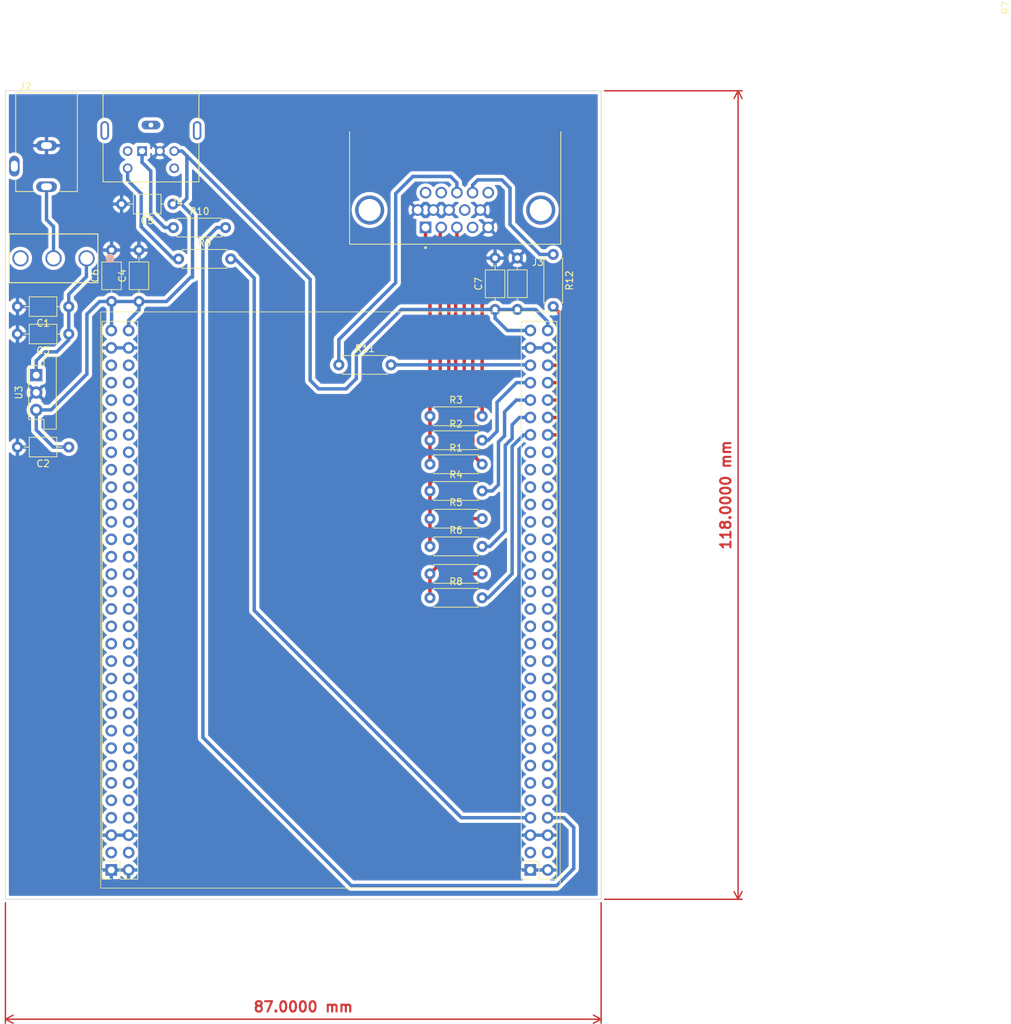
<source format=kicad_pcb>
(kicad_pcb (version 20240108) (generator "pcbnew") (generator_version "8.0")
  (layers (0 "F.Cu" signal) (31 "B.Cu" signal) (34 "B.Paste" user) (35 "F.Paste" user) (36 "B.SilkS" user "B.Silkscreen") (37 "F.SilkS" user "F.Silkscreen") (38 "B.Mask" user) (39 "F.Mask" user) (44 "Edge.Cuts" user))
  (net 0 "")
  (net 1 "Net-(U3-IN)")
  (net 2 "VGA_R")
  (net 3 "Net-(J2-Pad1)")
  (net 6 "GND")
  (net 7 "H-Sync")
  (net 8 "V-Sync")
  (net 10 "VGA_G")
  (net 11 "VGA_B")
  (net 12 "PS{slash}2_CLK")
  (net 13 "5V_VCC")
  (net 16 "PS{slash}2_DATA")
  (net 24 "BR1")
  (net 25 "BR2")
  (net 26 "BR3")
  (net 27 "BG1")
  (net 28 "BG2")
  (net 29 "BG3")
  (net 30 "BB1")
  (net 31 "BB2")
  (net 39 "PS{slash}2_DATA_Res")
  (net 40 "PS{slash}2_CLK_Res")
  (net 135 "Net-(J3-Pad14)")
  (net 136 "Net-(J3-Pad13)")
  (footprint "Capacitor_THT:C_Axial_L3.8mm_D2.6mm_P7.50mm_Horizontal" (layer "F.Cu") (at 72.958 34.036 180)
    (property "Reference" "C5" (at 3.75 -2.42 0) (layer "F.SilkS"))
    (property "Value" "10 nF")
    (pad "1" thru_hole circle (at 0 0 180) (size 1.6 1.6) (drill 0.8) (layers "*.Cu" "*.Mask") (net 13 "5V_VCC"))
    (pad "2" thru_hole oval (at 7.5 0 180) (size 1.6 1.6) (drill 0.8) (layers "*.Cu" "*.Mask") (net 6 "GND"))
  )
  (footprint "Capacitor_THT:C_Axial_L3.8mm_D2.6mm_P7.50mm_Horizontal" (layer "F.Cu") (at 120.01 49.42 90)
    (property "Reference" "C7" (at 3.75 -2.42 90) (layer "F.SilkS"))
    (property "Value" "10 nF")
    (pad "1" thru_hole circle (at 0 0 90) (size 1.6 1.6) (drill 0.8) (layers "*.Cu" "*.Mask") (net 13 "5V_VCC"))
    (pad "2" thru_hole oval (at 7.5 0 90) (size 1.6 1.6) (drill 0.8) (layers "*.Cu" "*.Mask") (net 6 "GND"))
  )
  (footprint "Capacitor_THT:C_Axial_L3.8mm_D2.6mm_P7.50mm_Horizontal" (layer "F.Cu") (at 57.75 69.5 180)
    (property "Reference" "C2" (at 3.75 -2.42 0) (layer "F.SilkS"))
    (property "Value" "4.7 uF")
    (pad "1" thru_hole circle (at 0 0 180) (size 1.6 1.6) (drill 0.8) (layers "*.Cu" "*.Mask") (net 13 "5V_VCC"))
    (pad "2" thru_hole oval (at 7.5 0 180) (size 1.6 1.6) (drill 0.8) (layers "*.Cu" "*.Mask") (net 6 "GND"))
  )
  (footprint "Capacitor_THT:C_Axial_L3.8mm_D2.6mm_P7.50mm_Horizontal" (layer "F.Cu") (at 68 48.25 90)
    (property "Reference" "C4" (at 3.75 -2.42 90) (layer "F.SilkS"))
    (property "Value" "10 nF")
    (pad "1" thru_hole circle (at 0 0 90) (size 1.6 1.6) (drill 0.8) (layers "*.Cu" "*.Mask") (net 13 "5V_VCC"))
    (pad "2" thru_hole oval (at 7.5 0 90) (size 1.6 1.6) (drill 0.8) (layers "*.Cu" "*.Mask") (net 6 "GND"))
  )
  (footprint "Resistor_THT:R_Axial_DIN0207_L6.3mm_D2.5mm_P7.62mm_Horizontal" (layer "F.Cu") (at 97.19 57.5)
    (property "Reference" "R11" (at 3.81 -2.37 0) (layer "F.SilkS"))
    (property "Value" "47")
    (pad "1" thru_hole circle (at 0 0) (size 1.6 1.6) (drill 0.8) (layers "*.Cu" "*.Mask") (net 136 "Net-(J3-Pad13)"))
    (pad "2" thru_hole oval (at 7.62 0) (size 1.6 1.6) (drill 0.8) (layers "*.Cu" "*.Mask") (net 7 "H-Sync"))
  )
  (footprint "Footprints:Converter_DCDC_Murata_OKI-78SR_Vertical" (layer "F.Cu") (at 53 59 -90)
    (property "Reference" "U3" (at 2.54 2.54 90) (layer "F.SilkS"))
    (property "Value" "OKI-78SR-5_1.5-W36-C")
    (pad "1" thru_hole rect (at 0 0 270) (size 1.8 1.8) (drill 1) (layers "*.Cu" "*.Mask") (net 1 "Net-(U3-IN)"))
    (pad "2" thru_hole circle (at 2.54 0 270) (size 1.8 1.8) (drill 1) (layers "*.Cu" "*.Mask") (net 6 "GND"))
    (pad "3" thru_hole circle (at 5.08 0 270) (size 1.8 1.8) (drill 1) (layers "*.Cu" "*.Mask") (net 13 "5V_VCC"))
  )
  (footprint "Capacitor_THT:C_Axial_L3.8mm_D2.6mm_P7.50mm_Horizontal" (layer "F.Cu") (at 57.75 49 180)
    (property "Reference" "C1" (at 3.75 -2.42 0) (layer "F.SilkS"))
    (property "Value" "4.7 uF")
    (pad "1" thru_hole circle (at 0 0 180) (size 1.6 1.6) (drill 0.8) (layers "*.Cu" "*.Mask") (net 1 "Net-(U3-IN)"))
    (pad "2" thru_hole oval (at 7.5 0 180) (size 1.6 1.6) (drill 0.8) (layers "*.Cu" "*.Mask") (net 6 "GND"))
  )
  (footprint "Resistor_THT:R_Axial_DIN0207_L6.3mm_D2.5mm_P7.62mm_Horizontal" (layer "F.Cu") (at 110.5 79.95)
    (property "Reference" "R5" (at 3.81 -2.37 0) (layer "F.SilkS"))
    (property "Value" "1800")
    (pad "1" thru_hole circle (at 0 0) (size 1.6 1.6) (drill 0.8) (layers "*.Cu" "*.Mask") (net 10 "VGA_G"))
    (pad "2" thru_hole oval (at 7.62 0) (size 1.6 1.6) (drill 0.8) (layers "*.Cu" "*.Mask") (net 28 "BG2"))
  )
  (footprint "Capacitor_THT:C_Axial_L3.8mm_D2.6mm_P7.50mm_Horizontal" (layer "F.Cu") (at 57.75 53 180)
    (property "Reference" "C3" (at 3.75 -2.42 0) (layer "F.SilkS"))
    (property "Value" "10 nF")
    (pad "1" thru_hole circle (at 0 0 180) (size 1.6 1.6) (drill 0.8) (layers "*.Cu" "*.Mask") (net 1 "Net-(U3-IN)"))
    (pad "2" thru_hole oval (at 7.5 0 180) (size 1.6 1.6) (drill 0.8) (layers "*.Cu" "*.Mask") (net 6 "GND"))
  )
  (footprint "Resistor_THT:R_Axial_DIN0207_L6.3mm_D2.5mm_P7.62mm_Horizontal" (layer "F.Cu") (at 110.5 72)
    (property "Reference" "R1" (at 3.81 -2.37 0) (layer "F.SilkS"))
    (property "Value" "360")
    (pad "1" thru_hole circle (at 0 0) (size 1.6 1.6) (drill 0.8) (layers "*.Cu" "*.Mask") (net 2 "VGA_R"))
    (pad "2" thru_hole oval (at 7.62 0) (size 1.6 1.6) (drill 0.8) (layers "*.Cu" "*.Mask") (net 24 "BR1"))
  )
  (footprint "Capacitor_THT:C_Axial_L3.8mm_D2.6mm_P7.50mm_Horizontal" (layer "F.Cu") (at 123.27 41.91 -90)
    (property "Reference" "C8" (hide yes))
    (property "Value" "10 nF")
    (pad "1" thru_hole circle (at 0 0 270) (size 1.6 1.6) (drill 0.8) (layers "*.Cu" "*.Mask") (net 6 "GND"))
    (pad "2" thru_hole oval (at 7.5 0 270) (size 1.6 1.6) (drill 0.8) (layers "*.Cu" "*.Mask") (net 13 "5V_VCC"))
  )
  (footprint "Resistor_THT:R_Axial_DIN0207_L6.3mm_D2.5mm_P7.62mm_Horizontal" (layer "F.Cu") (at 110.5 65)
    (property "Reference" "R3" (at 3.81 -2.37 0) (layer "F.SilkS"))
    (property "Value" "3900")
    (pad "1" thru_hole circle (at 0 0) (size 1.6 1.6) (drill 0.8) (layers "*.Cu" "*.Mask") (net 2 "VGA_R"))
    (pad "2" thru_hole oval (at 7.62 0) (size 1.6 1.6) (drill 0.8) (layers "*.Cu" "*.Mask") (net 26 "BR3"))
  )
  (footprint "Resistor_THT:R_Axial_DIN0207_L6.3mm_D2.5mm_P7.62mm_Horizontal" (layer "F.Cu") (at 73.787 42.037)
    (property "Reference" "R9" (at 3.81 -2.37 0) (layer "F.SilkS"))
    (property "Value" "330")
    (pad "1" thru_hole circle (at 0 0) (size 1.6 1.6) (drill 0.8) (layers "*.Cu" "*.Mask") (net 40 "PS{slash}2_CLK_Res"))
    (pad "2" thru_hole oval (at 7.62 0) (size 1.6 1.6) (drill 0.8) (layers "*.Cu" "*.Mask") (net 12 "PS{slash}2_CLK"))
  )
  (footprint "Resistor_THT:R_Axial_DIN0207_L6.3mm_D2.5mm_P7.62mm_Horizontal" (layer "F.Cu") (at 73.025 37.465)
    (property "Reference" "R10" (at 3.81 -2.37 0) (layer "F.SilkS"))
    (property "Value" "330")
    (pad "1" thru_hole circle (at 0 0) (size 1.6 1.6) (drill 0.8) (layers "*.Cu" "*.Mask") (net 39 "PS{slash}2_DATA_Res"))
    (pad "2" thru_hole oval (at 7.62 0) (size 1.6 1.6) (drill 0.8) (layers "*.Cu" "*.Mask") (net 16 "PS{slash}2_DATA"))
  )
  (footprint "Resistor_THT:R_Axial_DIN0207_L6.3mm_D2.5mm_P7.62mm_Horizontal" (layer "F.Cu") (at 128.5 41.38 -90)
    (property "Reference" "R12" (at 3.81 -2.37 90) (layer "F.SilkS"))
    (property "Value" "47")
    (pad "1" thru_hole circle (at 0 0 270) (size 1.6 1.6) (drill 0.8) (layers "*.Cu" "*.Mask") (net 135 "Net-(J3-Pad14)"))
    (pad "2" thru_hole oval (at 7.62 0 270) (size 1.6 1.6) (drill 0.8) (layers "*.Cu" "*.Mask") (net 8 "V-Sync"))
  )
  (footprint "Resistor_THT:R_Axial_DIN0207_L6.3mm_D2.5mm_P7.62mm_Horizontal" (layer "F.Cu") (at 110.5 68.5)
    (property "Reference" "R2" (at 3.81 -2.37 0) (layer "F.SilkS"))
    (property "Value" "1800")
    (pad "1" thru_hole circle (at 0 0) (size 1.6 1.6) (drill 0.8) (layers "*.Cu" "*.Mask") (net 2 "VGA_R"))
    (pad "2" thru_hole oval (at 7.62 0) (size 1.6 1.6) (drill 0.8) (layers "*.Cu" "*.Mask") (net 25 "BR2"))
  )
  (footprint "Capacitor_THT:C_Axial_L3.8mm_D2.6mm_P7.50mm_Horizontal" (layer "F.Cu") (at 64 48.25 90)
    (property "Reference" "C6" (at 3.75 -2.42 90) (layer "F.SilkS"))
    (property "Value" "10 nF")
    (pad "1" thru_hole circle (at 0 0 90) (size 1.6 1.6) (drill 0.8) (layers "*.Cu" "*.Mask") (net 13 "5V_VCC"))
    (pad "2" thru_hole oval (at 7.5 0 90) (size 1.6 1.6) (drill 0.8) (layers "*.Cu" "*.Mask") (net 6 "GND"))
  )
  (footprint "Resistor_THT:R_Axial_DIN0207_L6.3mm_D2.5mm_P7.62mm_Horizontal" (layer "F.Cu") (at 110.5 84)
    (property "Reference" "R6" (at 3.81 -2.37 0) (layer "F.SilkS"))
    (property "Value" "3900")
    (pad "1" thru_hole circle (at 0 0) (size 1.6 1.6) (drill 0.8) (layers "*.Cu" "*.Mask") (net 10 "VGA_G"))
    (pad "2" thru_hole oval (at 7.62 0) (size 1.6 1.6) (drill 0.8) (layers "*.Cu" "*.Mask") (net 29 "BG3"))
  )
  (footprint "Resistor_THT:R_Axial_DIN0207_L6.3mm_D2.5mm_P7.62mm_Horizontal" (layer "F.Cu") (at 110.5 75.9)
    (property "Reference" "R4" (at 3.81 -2.37 0) (layer "F.SilkS"))
    (property "Value" "360")
    (pad "1" thru_hole circle (at 0 0) (size 1.6 1.6) (drill 0.8) (layers "*.Cu" "*.Mask") (net 10 "VGA_G"))
    (pad "2" thru_hole oval (at 7.62 0) (size 1.6 1.6) (drill 0.8) (layers "*.Cu" "*.Mask") (net 27 "BG1"))
  )
  (footprint "Footprints:CUI_PJ-102A" (layer "F.Cu") (at 54.5 28.5)
    (property "Reference" "J2" (at -3.082755 -11.664195 0) (layer "F.SilkS") (effects (font (size 1.002512 1.002512))))
    (property "Value" "PJ-102A")
    (pad "1" thru_hole oval (at 0 3) (size 3.016 1.508) (drill oval 1.6 1) (layers "*.Cu" "*.Mask") (net 3 "Net-(J2-Pad1)"))
    (pad "2" thru_hole oval (at 0 -3) (size 3.016 1.508) (drill oval 1.6 1) (layers "*.Cu" "*.Mask") (net 6 "GND"))
    (pad "3" thru_hole oval (at -4.7 0) (size 1.508 3.016) (drill oval 1 1.6) (layers "*.Cu" "*.Mask"))
  )
  (footprint "Resistor_THT:R_Axial_DIN0207_L6.3mm_D2.5mm_P7.62mm_Horizontal" (layer "F.Cu") (at 110.5 91.5)
    (property "Reference" "R8" (at 3.81 -2.37 0) (layer "F.SilkS"))
    (property "Value" "3900")
    (pad "1" thru_hole circle (at 0 0) (size 1.6 1.6) (drill 0.8) (layers "*.Cu" "*.Mask") (net 11 "VGA_B"))
    (pad "2" thru_hole oval (at 7.62 0) (size 1.6 1.6) (drill 0.8) (layers "*.Cu" "*.Mask") (net 31 "BB2"))
  )
  (footprint "Footprints:Placa" (layer "F.Cu") (at 62.31 133.87 90)
    (property "Reference" "U2" (hide yes))
    (property "Value" "~" (hide yes))
    (pad "1" thru_hole rect (at 2.65 1.65) (size 1.7 1.7) (drill 1) (layers "*.Cu" "*.Mask") (net 6 "GND"))
    (pad "2" thru_hole oval (at 2.65 4.19) (size 1.7 1.7) (drill 1) (layers "*.Cu" "*.Mask") (net 6 "GND"))
    (pad "3" thru_hole oval (at 5.19 1.65) (size 1.7 1.7) (drill 1) (layers "*.Cu" "*.Mask"))
    (pad "4" thru_hole oval (at 5.19 4.19) (size 1.7 1.7) (drill 1) (layers "*.Cu" "*.Mask"))
    (pad "5" thru_hole oval (at 7.73 1.65) (size 1.7 1.7) (drill 1) (layers "*.Cu" "*.Mask") (net 6 "GND"))
    (pad "6" thru_hole oval (at 7.73 4.19) (size 1.7 1.7) (drill 1) (layers "*.Cu" "*.Mask") (net 6 "GND"))
    (pad "7" thru_hole oval (at 10.27 1.65) (size 1.7 1.7) (drill 1) (layers "*.Cu" "*.Mask"))
    (pad "8" thru_hole oval (at 10.27 4.19) (size 1.7 1.7) (drill 1) (layers "*.Cu" "*.Mask"))
    (pad "9" thru_hole oval (at 12.81 1.65) (size 1.7 1.7) (drill 1) (layers "*.Cu" "*.Mask"))
    (pad "10" thru_hole oval (at 12.81 4.19) (size 1.7 1.7) (drill 1) (layers "*.Cu" "*.Mask"))
    (pad "11" thru_hole oval (at 15.35 1.65) (size 1.7 1.7) (drill 1) (layers "*.Cu" "*.Mask"))
    (pad "12" thru_hole oval (at 15.35 4.19) (size 1.7 1.7) (drill 1) (layers "*.Cu" "*.Mask"))
    (pad "13" thru_hole oval (at 17.89 1.65) (size 1.7 1.7) (drill 1) (layers "*.Cu" "*.Mask"))
    (pad "14" thru_hole oval (at 17.89 4.19) (size 1.7 1.7) (drill 1) (layers "*.Cu" "*.Mask"))
    (pad "15" thru_hole oval (at 20.43 1.65) (size 1.7 1.7) (drill 1) (layers "*.Cu" "*.Mask"))
    (pad "16" thru_hole oval (at 20.43 4.19) (size 1.7 1.7) (drill 1) (layers "*.Cu" "*.Mask"))
    (pad "17" thru_hole oval (at 22.97 1.65) (size 1.7 1.7) (drill 1) (layers "*.Cu" "*.Mask"))
    (pad "18" thru_hole oval (at 22.97 4.19) (size 1.7 1.7) (drill 1) (layers "*.Cu" "*.Mask"))
    (pad "19" thru_hole oval (at 25.51 1.65) (size 1.7 1.7) (drill 1) (layers "*.Cu" "*.Mask"))
    (pad "20" thru_hole oval (at 25.51 4.19) (size 1.7 1.7) (drill 1) (layers "*.Cu" "*.Mask"))
    (pad "21" thru_hole oval (at 28.05 1.65) (size 1.7 1.7) (drill 1) (layers "*.Cu" "*.Mask"))
    (pad "22" thru_hole oval (at 28.05 4.19) (size 1.7 1.7) (drill 1) (layers "*.Cu" "*.Mask"))
    (pad "23" thru_hole oval (at 30.59 1.65) (size 1.7 1.7) (drill 1) (layers "*.Cu" "*.Mask"))
    (pad "24" thru_hole oval (at 30.59 4.19) (size 1.7 1.7) (drill 1) (layers "*.Cu" "*.Mask"))
    (pad "25" thru_hole oval (at 33.13 1.65) (size 1.7 1.7) (drill 1) (layers "*.Cu" "*.Mask"))
    (pad "26" thru_hole oval (at 33.13 4.19) (size 1.7 1.7) (drill 1) (layers "*.Cu" "*.Mask"))
    (pad "27" thru_hole oval (at 35.67 1.65) (size 1.7 1.7) (drill 1) (layers "*.Cu" "*.Mask"))
    (pad "28" thru_hole oval (at 35.67 4.19) (size 1.7 1.7) (drill 1) (layers "*.Cu" "*.Mask"))
    (pad "29" thru_hole oval (at 38.21 1.65) (size 1.7 1.7) (drill 1) (layers "*.Cu" "*.Mask"))
    (pad "30" thru_hole oval (at 38.21 4.19) (size 1.7 1.7) (drill 1) (layers "*.Cu" "*.Mask"))
    (pad "31" thru_hole oval (at 40.75 1.65) (size 1.7 1.7) (drill 1) (layers "*.Cu" "*.Mask"))
    (pad "32" thru_hole oval (at 40.75 4.19) (size 1.7 1.7) (drill 1) (layers "*.Cu" "*.Mask"))
    (pad "33" thru_hole oval (at 43.29 1.65) (size 1.7 1.7) (drill 1) (layers "*.Cu" "*.Mask"))
    (pad "34" thru_hole oval (at 43.29 4.19) (size 1.7 1.7) (drill 1) (layers "*.Cu" "*.Mask"))
    (pad "35" thru_hole oval (at 45.83 1.65) (size 1.7 1.7) (drill 1) (layers "*.Cu" "*.Mask"))
    (pad "36" thru_hole oval (at 45.83 4.19) (size 1.7 1.7) (drill 1) (layers "*.Cu" "*.Mask"))
    (pad "37" thru_hole oval (at 48.37 1.65) (size 1.7 1.7) (drill 1) (layers "*.Cu" "*.Mask"))
    (pad "38" thru_hole oval (at 48.37 4.19) (size 1.7 1.7) (drill 1) (layers "*.Cu" "*.Mask"))
    (pad "39" thru_hole oval (at 50.91 1.65) (size 1.7 1.7) (drill 1) (layers "*.Cu" "*.Mask"))
    (pad "40" thru_hole oval (at 50.91 4.19) (size 1.7 1.7) (drill 1) (layers "*.Cu" "*.Mask"))
    (pad "41" thru_hole oval (at 53.45 1.65) (size 1.7 1.7) (drill 1) (layers "*.Cu" "*.Mask"))
    (pad "42" thru_hole oval (at 53.45 4.19) (size 1.7 1.7) (drill 1) (layers "*.Cu" "*.Mask"))
    (pad "43" thru_hole oval (at 55.99 1.65) (size 1.7 1.7) (drill 1) (layers "*.Cu" "*.Mask"))
    (pad "44" thru_hole oval (at 55.99 4.19) (size 1.7 1.7) (drill 1) (layers "*.Cu" "*.Mask"))
    (pad "45" thru_hole oval (at 58.53 1.65) (size 1.7 1.7) (drill 1) (layers "*.Cu" "*.Mask"))
    (pad "46" thru_hole oval (at 58.53 4.19) (size 1.7 1.7) (drill 1) (layers "*.Cu" "*.Mask"))
    (pad "47" thru_hole oval (at 61.07 1.65) (size 1.7 1.7) (drill 1) (layers "*.Cu" "*.Mask"))
    (pad "48" thru_hole oval (at 61.07 4.19) (size 1.7 1.7) (drill 1) (layers "*.Cu" "*.Mask"))
    (pad "49" thru_hole oval (at 63.61 1.65) (size 1.7 1.7) (drill 1) (layers "*.Cu" "*.Mask"))
    (pad "50" thru_hole oval (at 63.61 4.19) (size 1.7 1.7) (drill 1) (layers "*.Cu" "*.Mask"))
    (pad "51" thru_hole oval (at 66.15 1.65) (size 1.7 1.7) (drill 1) (layers "*.Cu" "*.Mask"))
    (pad "52" thru_hole oval (at 66.15 4.19) (size 1.7 1.7) (drill 1) (layers "*.Cu" "*.Mask"))
    (pad "53" thru_hole oval (at 68.69 1.65) (size 1.7 1.7) (drill 1) (layers "*.Cu" "*.Mask"))
    (pad "54" thru_hole oval (at 68.69 4.19) (size 1.7 1.7) (drill 1) (layers "*.Cu" "*.Mask"))
    (pad "55" thru_hole oval (at 71.23 1.65) (size 1.7 1.7) (drill 1) (layers "*.Cu" "*.Mask"))
    (pad "56" thru_hole oval (at 71.23 4.19) (size 1.7 1.7) (drill 1) (layers "*.Cu" "*.Mask"))
    (pad "57" thru_hole oval (at 73.77 1.65) (size 1.7 1.7) (drill 1) (layers "*.Cu" "*.Mask"))
    (pad "58" thru_hole oval (at 73.77 4.19) (size 1.7 1.7) (drill 1) (layers "*.Cu" "*.Mask"))
    (pad "59" thru_hole oval (at 76.31 1.65) (size 1.7 1.7) (drill 1) (layers "*.Cu" "*.Mask"))
    (pad "60" thru_hole oval (at 76.31 4.19) (size 1.7 1.7) (drill 1) (layers "*.Cu" "*.Mask"))
    (pad "61" thru_hole oval (at 78.85 1.65) (size 1.7 1.7) (drill 1) (layers "*.Cu" "*.Mask") (net 6 "GND"))
    (pad "62" thru_hole oval (at 78.85 4.19) (size 1.7 1.7) (drill 1) (layers "*.Cu" "*.Mask") (net 6 "GND"))
    (pad "63" thru_hole oval (at 81.39 1.65) (size 1.7 1.7) (drill 1) (layers "*.Cu" "*.Mask") (net 13 "5V_VCC"))
    (pad "64" thru_hole oval (at 81.39 4.19) (size 1.7 1.7) (drill 1) (layers "*.Cu" "*.Mask") (net 13 "5V_VCC"))
    (pad "65" thru_hole rect (at 2.65 62.85) (size 1.7 1.7) (drill 1) (layers "*.Cu" "*.Mask") (net 6 "GND"))
    (pad "66" thru_hole oval (at 2.65 65.39) (size 1.7 1.7) (drill 1) (layers "*.Cu" "*.Mask" "F.Paste") (net 6 "GND"))
    (pad "67" thru_hole oval (at 5.19 62.85) (size 1.7 1.7) (drill 1) (layers "*.Cu" "*.Mask"))
    (pad "68" thru_hole oval (at 5.19 65.39) (size 1.7 1.7) (drill 1) (layers "*.Cu" "*.Mask"))
    (pad "69" thru_hole oval (at 7.73 62.85) (size 1.7 1.7) (drill 1) (layers "*.Cu" "*.Mask") (net 6 "GND"))
    (pad "70" thru_hole oval (at 7.73 65.39) (size 1.7 1.7) (drill 1) (layers "*.Cu" "*.Mask") (net 6 "GND"))
    (pad "71" thru_hole oval (at 10.27 62.85) (size 1.7 1.7) (drill 1) (layers "*.Cu" "*.Mask") (net 12 "PS{slash}2_CLK"))
    (pad "72" thru_hole oval (at 10.27 65.39) (size 1.7 1.7) (drill 1) (layers "*.Cu" "*.Mask") (net 16 "PS{slash}2_DATA"))
    (pad "73" thru_hole oval (at 12.81 62.85) (size 1.7 1.7) (drill 1) (layers "*.Cu" "*.Mask"))
    (pad "74" thru_hole oval (at 12.81 65.39) (size 1.7 1.7) (drill 1) (layers "*.Cu" "*.Mask"))
    (pad "75" thru_hole oval (at 15.35 62.85) (size 1.7 1.7) (drill 1) (layers "*.Cu" "*.Mask"))
    (pad "76" thru_hole oval (at 15.35 65.39) (size 1.7 1.7) (drill 1) (layers "*.Cu" "*.Mask"))
    (pad "77" thru_hole oval (at 17.89 62.85) (size 1.7 1.7) (drill 1) (layers "*.Cu" "*.Mask"))
    (pad "78" thru_hole oval (at 17.89 65.39) (size 1.7 1.7) (drill 1) (layers "*.Cu" "*.Mask"))
    (pad "79" thru_hole oval (at 20.43 62.85) (size 1.7 1.7) (drill 1) (layers "*.Cu" "*.Mask"))
    (pad "80" thru_hole oval (at 20.43 65.39) (size 1.7 1.7) (drill 1) (layers "*.Cu" "*.Mask"))
    (pad "81" thru_hole oval (at 22.97 62.85) (size 1.7 1.7) (drill 1) (layers "*.Cu" "*.Mask"))
    (pad "82" thru_hole oval (at 22.97 65.39) (size 1.7 1.7) (drill 1) (layers "*.Cu" "*.Mask"))
    (pad "83" thru_hole oval (at 25.51 62.85) (size 1.7 1.7) (drill 1) (layers "*.Cu" "*.Mask"))
    (pad "84" thru_hole oval (at 25.51 65.39) (size 1.7 1.7) (drill 1) (layers "*.Cu" "*.Mask"))
    (pad "85" thru_hole oval (at 28.05 62.85) (size 1.7 1.7) (drill 1) (layers "*.Cu" "*.Mask"))
    (pad "86" thru_hole oval (at 28.05 65.39) (size 1.7 1.7) (drill 1) (layers "*.Cu" "*.Mask"))
    (pad "87" thru_hole oval (at 30.59 62.85) (size 1.7 1.7) (drill 1) (layers "*.Cu" "*.Mask"))
    (pad "88" thru_hole oval (at 30.59 65.39) (size 1.7 1.7) (drill 1) (layers "*.Cu" "*.Mask"))
    (pad "89" thru_hole oval (at 33.13 62.85) (size 1.7 1.7) (drill 1) (layers "*.Cu" "*.Mask"))
    (pad "90" thru_hole oval (at 33.13 65.39) (size 1.7 1.7) (drill 1) (layers "*.Cu" "*.Mask"))
    (pad "91" thru_hole oval (at 35.67 62.85) (size 1.7 1.7) (drill 1) (layers "*.Cu" "*.Mask"))
    (pad "92" thru_hole oval (at 35.67 65.39) (size 1.7 1.7) (drill 1) (layers "*.Cu" "*.Mask"))
    (pad "93" thru_hole oval (at 38.21 62.85) (size 1.7 1.7) (drill 1) (layers "*.Cu" "*.Mask"))
    (pad "94" thru_hole oval (at 38.21 65.39) (size 1.7 1.7) (drill 1) (layers "*.Cu" "*.Mask"))
    (pad "95" thru_hole oval (at 40.75 62.85) (size 1.7 1.7) (drill 1) (layers "*.Cu" "*.Mask"))
    (pad "96" thru_hole oval (at 40.75 65.39) (size 1.7 1.7) (drill 1) (layers "*.Cu" "*.Mask"))
    (pad "97" thru_hole oval (at 43.29 62.85) (size 1.7 1.7) (drill 1) (layers "*.Cu" "*.Mask"))
    (pad "98" thru_hole oval (at 43.29 65.39) (size 1.7 1.7) (drill 1) (layers "*.Cu" "*.Mask"))
    (pad "99" thru_hole oval (at 45.83 62.85) (size 1.7 1.7) (drill 1) (layers "*.Cu" "*.Mask"))
    (pad "100" thru_hole oval (at 45.83 65.39) (size 1.7 1.7) (drill 1) (layers "*.Cu" "*.Mask"))
    (pad "101" thru_hole oval (at 48.37 62.85) (size 1.7 1.7) (drill 1) (layers "*.Cu" "*.Mask"))
    (pad "102" thru_hole oval (at 48.37 65.39) (size 1.7 1.7) (drill 1) (layers "*.Cu" "*.Mask"))
    (pad "103" thru_hole oval (at 50.91 62.85) (size 1.7 1.7) (drill 1) (layers "*.Cu" "*.Mask"))
    (pad "104" thru_hole oval (at 50.91 65.39) (size 1.7 1.7) (drill 1) (layers "*.Cu" "*.Mask"))
    (pad "105" thru_hole oval (at 53.45 62.85) (size 1.7 1.7) (drill 1) (layers "*.Cu" "*.Mask"))
    (pad "106" thru_hole oval (at 53.45 65.39) (size 1.7 1.7) (drill 1) (layers "*.Cu" "*.Mask"))
    (pad "107" thru_hole oval (at 55.99 62.85) (size 1.7 1.7) (drill 1) (layers "*.Cu" "*.Mask"))
    (pad "108" thru_hole oval (at 55.99 65.39) (size 1.7 1.7) (drill 1) (layers "*.Cu" "*.Mask"))
    (pad "109" thru_hole oval (at 58.53 62.85) (size 1.7 1.7) (drill 1) (layers "*.Cu" "*.Mask"))
    (pad "110" thru_hole oval (at 58.53 65.39) (size 1.7 1.7) (drill 1) (layers "*.Cu" "*.Mask"))
    (pad "111" thru_hole oval (at 61.07 62.85) (size 1.7 1.7) (drill 1) (layers "*.Cu" "*.Mask"))
    (pad "112" thru_hole oval (at 61.07 65.39) (size 1.7 1.7) (drill 1) (layers "*.Cu" "*.Mask"))
    (pad "113" thru_hole oval (at 63.61 62.85) (size 1.7 1.7) (drill 1) (layers "*.Cu" "*.Mask"))
    (pad "114" thru_hole oval (at 63.61 65.39) (size 1.7 1.7) (drill 1) (layers "*.Cu" "*.Mask"))
    (pad "115" thru_hole oval (at 66.15 62.85) (size 1.7 1.7) (drill 1) (layers "*.Cu" "*.Mask") (net 31 "BB2"))
    (pad "116" thru_hole oval (at 66.15 65.39) (size 1.7 1.7) (drill 1) (layers "*.Cu" "*.Mask") (net 30 "BB1"))
    (pad "117" thru_hole oval (at 68.69 62.85) (size 1.7 1.7) (drill 1) (layers "*.Cu" "*.Mask") (net 29 "BG3"))
    (pad "118" thru_hole oval (at 68.69 65.39) (size 1.7 1.7) (drill 1) (layers "*.Cu" "*.Mask") (net 28 "BG2"))
    (pad "119" thru_hole oval (at 71.23 62.85) (size 1.7 1.7) (drill 1) (layers "*.Cu" "*.Mask") (net 27 "BG1"))
    (pad "120" thru_hole oval (at 71.23 65.39) (size 1.7 1.7) (drill 1) (layers "*.Cu" "*.Mask") (net 24 "BR1"))
    (pad "121" thru_hole oval (at 73.77 62.85) (size 1.7 1.7) (drill 1) (layers "*.Cu" "*.Mask") (net 25 "BR2"))
    (pad "122" thru_hole oval (at 73.77 65.39) (size 1.7 1.7) (drill 1) (layers "*.Cu" "*.Mask") (net 26 "BR3"))
    (pad "123" thru_hole oval (at 76.31 62.85) (size 1.7 1.7) (drill 1) (layers "*.Cu" "*.Mask") (net 7 "H-Sync"))
    (pad "124" thru_hole oval (at 76.31 65.39) (size 1.7 1.7) (drill 1) (layers "*.Cu" "*.Mask") (net 8 "V-Sync"))
    (pad "125" thru_hole oval (at 78.85 62.85) (size 1.7 1.7) (drill 1) (layers "*.Cu" "*.Mask") (net 6 "GND"))
    (pad "126" thru_hole oval (at 78.85 65.39) (size 1.7 1.7) (drill 1) (layers "*.Cu" "*.Mask") (net 6 "GND"))
    (pad "127" thru_hole oval (at 81.39 62.85) (size 1.7 1.7) (drill 1) (layers "*.Cu" "*.Mask") (net 13 "5V_VCC"))
    (pad "128" thru_hole oval (at 81.39 65.39) (size 1.7 1.7) (drill 1) (layers "*.Cu" "*.Mask") (net 13 "5V_VCC"))
  )
  (footprint "Footprints:CUI_MD-60SM" (layer "F.Cu") (at 69.75 22.5 180)
    (property "Reference" "J4" (at -3.825 -11.335 180) (layer "F.SilkS"))
    (property "Value" "MD-60SM")
    (fp_line (start 1.1 0.35) (end -1.1 0.35) (stroke (width 0.01)) (layer "Edge.Cuts"))
    (fp_line (start 1.1 -0.35) (end 1.1 0.35) (stroke (width 0.01)) (layer "Edge.Cuts"))
    (fp_line (start -1.1 0.35) (end -1.1 -0.35) (stroke (width 0.01)) (layer "Edge.Cuts"))
    (fp_line (start -1.1 -0.35) (end 1.1 -0.35) (stroke (width 0.01)) (layer "Edge.Cuts"))
    (pad "1" thru_hole rect (at 1.3 -3.8 180) (size 1.408 1.408) (drill 0.9) (layers "*.Cu" "*.Mask") (net 39 "PS{slash}2_DATA_Res"))
    (pad "2" thru_hole circle (at -1.3 -3.8 180) (size 1.408 1.408) (drill 0.9) (layers "*.Cu" "*.Mask") (net 6 "GND"))
    (pad "3" thru_hole circle (at 3.4 -3.8 180) (size 1.408 1.408) (drill 0.9) (layers "*.Cu" "*.Mask"))
    (pad "4" thru_hole circle (at -3.4 -3.8 180) (size 1.408 1.408) (drill 0.9) (layers "*.Cu" "*.Mask") (net 13 "5V_VCC"))
    (pad "5" thru_hole circle (at 3.4 -6.3 180) (size 1.408 1.408) (drill 0.9) (layers "*.Cu" "*.Mask") (net 40 "PS{slash}2_CLK_Res"))
    (pad "6" thru_hole circle (at -3.4 -6.3 180) (size 1.408 1.408) (drill 0.9) (layers "*.Cu" "*.Mask"))
    (pad "S1" thru_hole custom (at 0 0 180) (size 1.23 1.23) (drill 0.7) (layers "*.Cu") (options (clearance outline) (anchor circle)) (primitives (gr_poly (pts (xy 0 0.615) (xy -0.75 0.615) (xy -0.782 0.614) (xy -0.814 0.612) (xy -0.846 0.607) (xy -0.878 0.602) (xy -0.909 0.594) (xy -0.94 0.585) (xy -0.97 0.574) (xy -1 0.562) (xy -1.029 0.548) (xy -1.058 0.533) (xy -1.085 0.516) (xy -1.111 0.498) (xy -1.137 0.478) (xy -1.162 0.457) (xy -1.185 0.435) (xy -1.207 0.412) (xy -1.228 0.387) (xy -1.248 0.361) (xy -1.266 0.335) (xy -1.283 0.308) (xy -1.298 0.279) (xy -1.312 0.25) (xy -1.324 0.22) (xy -1.335 0.19) (xy -1.344 0.159) (xy -1.352 0.128) (xy -1.357 0.096) (xy -1.362 0.064) (xy -1.364 0.032) (xy -1.365 0) (xy -1.364 -0.032) (xy -1.362 -0.064) (xy -1.357 -0.096) (xy -1.352 -0.128) (xy -1.344 -0.159) (xy -1.335 -0.19) (xy -1.324 -0.22) (xy -1.312 -0.25) (xy -1.298 -0.279) (xy -1.283 -0.307) (xy -1.266 -0.335) (xy -1.248 -0.361) (xy -1.228 -0.387) (xy -1.207 -0.412) (xy -1.185 -0.435) (xy -1.162 -0.457) (xy -1.137 -0.478) (xy -1.111 -0.498) (xy -1.085 -0.516) (xy -1.058 -0.533) (xy -1.029 -0.548) (xy -1 -0.562) (xy -0.97 -0.574) (xy -0.94 -0.585) (xy -0.909 -0.594) (xy -0.878 -0.602) (xy -0.846 -0.607) (xy -0.814 -0.612) (xy -0.782 -0.614) (xy -0.75 -0.615) (xy 0 -0.615) (xy 0.75 -0.615) (xy 0.782 -0.614) (xy 0.814 -0.612) (xy 0.846 -0.607) (xy 0.878 -0.602) (xy 0.909 -0.594) (xy 0.94 -0.585) (xy 0.97 -0.574) (xy 1 -0.562) (xy 1.029 -0.548) (xy 1.058 -0.533) (xy 1.085 -0.516) (xy 1.111 -0.498) (xy 1.137 -0.478) (xy 1.162 -0.457) (xy 1.185 -0.435) (xy 1.207 -0.412) (xy 1.228 -0.387) (xy 1.248 -0.361) (xy 1.266 -0.335) (xy 1.283 -0.307) (xy 1.298 -0.279) (xy 1.312 -0.25) (xy 1.324 -0.22) (xy 1.335 -0.19) (xy 1.344 -0.159) (xy 1.352 -0.128) (xy 1.357 -0.096) (xy 1.362 -0.064) (xy 1.364 -0.032) (xy 1.365 0) (xy 1.364 0.032) (xy 1.362 0.064) (xy 1.357 0.096) (xy 1.352 0.128) (xy 1.344 0.159) (xy 1.335 0.19) (xy 1.324 0.22) (xy 1.312 0.25) (xy 1.298 0.279) (xy 1.283 0.307) (xy 1.266 0.335) (xy 1.248 0.361) (xy 1.228 0.387) (xy 1.207 0.412) (xy 1.185 0.435) (xy 1.162 0.457) (xy 1.137 0.478) (xy 1.111 0.498) (xy 1.085 0.516) (xy 1.058 0.533) (xy 1.029 0.548) (xy 1 0.562) (xy 0.97 0.574) (xy 0.94 0.585) (xy 0.909 0.594) (xy 0.878 0.602) (xy 0.846 0.607) (xy 0.814 0.612) (xy 0.782 0.614) (xy 0.75 0.615) (xy 0 0.615)) (width 0.01) (fill yes))))
    (pad "S2" thru_hole oval (at -6.75 -0.8 180) (size 1.23 2.73) (drill oval 0.7 2.2) (layers "*.Cu" "*.Mask"))
    (pad "S3" thru_hole oval (at 6.75 -0.8 180) (size 1.23 2.73) (drill oval 0.7 2.2) (layers "*.Cu" "*.Mask"))
  )
  (footprint "Resistor_THT:R_Axial_DIN0207_L6.3mm_D2.5mm_P7.62mm_Horizontal" (layer "F.Cu") (at 110.5 88)
    (property "Reference" "R7" (at 84.03 -82.65 90) (layer "F.SilkS"))
    (property "Value" "300")
    (pad "1" thru_hole circle (at 0 0) (size 1.6 1.6) (drill 0.8) (layers "*.Cu" "*.Mask") (net 11 "VGA_B"))
    (pad "2" thru_hole oval (at 7.62 0) (size 1.6 1.6) (drill 0.8) (layers "*.Cu" "*.Mask") (net 30 "BB1"))
  )
  (footprint "Footprints:ANT13SEC_CRS" (layer "F.Cu") (at 60.35 41.95 180)
    (property "Reference" "U1" (at 4.826 0 180) (layer "F.SilkS"))
    (property "Value" "ANT13SECQE")
    (pad "1" thru_hole circle (at 0 0 180) (size 2.3622 2.3622) (drill 1.8542) (layers "*.Cu" "*.Mask") (net 1 "Net-(U3-IN)"))
    (pad "2" thru_hole circle (at 4.826 0 180) (size 2.3622 2.3622) (drill 1.8542) (layers "*.Cu" "*.Mask") (net 3 "Net-(J2-Pad1)"))
    (pad "3" thru_hole circle (at 9.652 0 180) (size 2.3622 2.3622) (drill 1.8542) (layers "*.Cu" "*.Mask"))
  )
  (footprint "Footprints:AMPHENOL_L77HDE15SD1CH4FVGA" (layer "F.Cu") (at 114.18425 34.9025 180)
    (property "Reference" "J3" (at -12.075 -7.635 180) (layer "F.SilkS"))
    (property "Value" "L77HDE15SD1CH4FVGA")
    (pad "1" thru_hole rect (at 4.33 -2.54 180) (size 1.695 1.695) (drill 1.13) (layers "*.Cu" "*.Mask") (net 2 "VGA_R"))
    (pad "2" thru_hole circle (at 2.04 -2.54 180) (size 1.695 1.695) (drill 1.13) (layers "*.Cu" "*.Mask") (net 10 "VGA_G"))
    (pad "3" thru_hole circle (at -0.25 -2.54 180) (size 1.695 1.695) (drill 1.13) (layers "*.Cu" "*.Mask") (net 11 "VGA_B"))
    (pad "4" thru_hole circle (at -2.54 -2.54 180) (size 1.695 1.695) (drill 1.13) (layers "*.Cu" "*.Mask"))
    (pad "5" thru_hole circle (at -4.83 -2.54 180) (size 1.695 1.695) (drill 1.13) (layers "*.Cu" "*.Mask") (net 6 "GND"))
    (pad "6" thru_hole circle (at 5.475 0 180) (size 1.695 1.695) (drill 1.13) (layers "*.Cu" "*.Mask") (net 6 "GND"))
    (pad "7" thru_hole circle (at 3.185 0 180) (size 1.695 1.695) (drill 1.13) (layers "*.Cu" "*.Mask") (net 6 "GND"))
    (pad "8" thru_hole circle (at 0.895 0 180) (size 1.695 1.695) (drill 1.13) (layers "*.Cu" "*.Mask") (net 6 "GND"))
    (pad "9" thru_hole circle (at -1.395 0 180) (size 1.695 1.695) (drill 1.13) (layers "*.Cu" "*.Mask"))
    (pad "10" thru_hole circle (at -3.685 0 180) (size 1.695 1.695) (drill 1.13) (layers "*.Cu" "*.Mask") (net 6 "GND"))
    (pad "11" thru_hole circle (at 4.33 2.54 180) (size 1.695 1.695) (drill 1.13) (layers "*.Cu" "*.Mask"))
    (pad "12" thru_hole circle (at 2.04 2.54 180) (size 1.695 1.695) (drill 1.13) (layers "*.Cu" "*.Mask"))
    (pad "13" thru_hole circle (at -0.25 2.54 180) (size 1.695 1.695) (drill 1.13) (layers "*.Cu" "*.Mask") (net 136 "Net-(J3-Pad13)"))
    (pad "14" thru_hole circle (at -2.54 2.54 180) (size 1.695 1.695) (drill 1.13) (layers "*.Cu" "*.Mask") (net 135 "Net-(J3-Pad14)"))
    (pad "15" thru_hole circle (at -4.83 2.54 180) (size 1.695 1.695) (drill 1.13) (layers "*.Cu" "*.Mask"))
    (pad "SH1" thru_hole circle (at -12.495 0 180) (size 4.246 4.246) (drill 3.23) (layers "*.Cu" "*.Mask"))
    (pad "SH2" thru_hole circle (at 12.495 0 180) (size 4.246 4.246) (drill 3.23) (layers "*.Cu" "*.Mask"))
  )
  (gr_rect (start 48.5 17.5) (end 135.5 135.5) (stroke (width 0.1)) (fill none) (layer "Edge.Cuts"))
  (dimension (type aligned) (layer "F.Cu") (pts (xy 135.5 135.5) (xy 135.5 17.5)) (height 20) (gr_text "118.0000 mm" (at 153.7 76.5 90) (layer "F.Cu") (effects (font (size 1.5 1.5) (thickness 0.3)))) (format (prefix "") (suffix "") (units 2) (units_format 1) (precision 4)) (style (thickness 0.2) (arrow_length 1.27) (text_position_mode 0) (extension_height 0.58642) (extension_offset 0.5) keep_text_aligned))
  (dimension (type aligned) (layer "F.Cu") (pts (xy 48.5 135.5) (xy 135.5 135.5)) (height 17.499999) (gr_text "87.0000 mm" (at 92 151.199999 0) (layer "F.Cu") (effects (font (size 1.5 1.5) (thickness 0.3)))) (format (prefix "") (suffix "") (units 2) (units_format 1) (precision 4)) (style (thickness 0.2) (arrow_length 1.27) (text_position_mode 0) (extension_height 0.58642) (extension_offset 0.5) keep_text_aligned))
  (segment (start 54.3 55.6) (end 53 56.9) (width 0.5) (layer "B.Cu") (net 1))
  (segment (start 57.75 49) (end 57.75 47.2) (width 0.5) (layer "B.Cu") (net 1))
  (segment (start 57.75 53.85) (end 56 55.6) (width 0.5) (layer "B.Cu") (net 1))
  (segment (start 53 56.9) (end 53 59) (width 0.5) (layer "B.Cu") (net 1))
  (segment (start 57.75 49) (end 57.75 53) (width 0.5) (layer "B.Cu") (net 1))
  (segment (start 56 55.6) (end 54.3 55.6) (width 0.5) (layer "B.Cu") (net 1))
  (segment (start 57.75 53) (end 57.75 53.85) (width 0.5) (layer "B.Cu") (net 1))
  (segment (start 57.75 47.2) (end 60.326 44.624) (width 0.5) (layer "B.Cu") (net 1))
  (segment (start 60.326 44.624) (end 60.326 42) (width 0.5) (layer "B.Cu") (net 1))
  (segment (start 110.5 40.2915) (end 109.85425 39.64575) (width 0.5) (layer "F.Cu") (net 2))
  (segment (start 110.5 68.5) (end 110.5 65) (width 0.5) (layer "F.Cu") (net 2))
  (segment (start 110.5 65) (end 110.5 40.2915) (width 0.5) (layer "F.Cu") (net 2))
  (segment (start 109.85425 39.64575) (end 109.85425 37.4425) (width 0.5) (layer "F.Cu") (net 2))
  (segment (start 110.5 72) (end 110.5 68.5) (width 0.5) (layer "F.Cu") (net 2))
  (segment (start 55.524 41.95) (end 55.524 37.324) (width 0.5) (layer "B.Cu") (net 3))
  (segment (start 54.5 36.3) (end 54.5 31.5) (width 0.5) (layer "B.Cu") (net 3))
  (segment (start 55.524 37.324) (end 54.5 36.3) (width 0.5) (layer "B.Cu") (net 3))
  (segment (start 117.5975 34.9025) (end 117.86925 34.9025) (width 0.5) (layer "F.Cu") (net 6))
  (segment (start 113.28925 34.9025) (end 113.28925 35.28925) (width 0.5) (layer "F.Cu") (net 6))
  (segment (start 104.81 57.5) (end 125.1 57.5) (width 0.5) (layer "B.Cu") (net 7))
  (segment (start 125.1 57.5) (end 125.16 57.56) (width 0.5) (layer "B.Cu") (net 7))
  (segment (start 130.25 56.5) (end 130.25 50.75) (width 0.5) (layer "F.Cu") (net 8))
  (segment (start 130.25 50.75) (end 128.5 49) (width 0.5) (layer "F.Cu") (net 8))
  (segment (start 127.7 57.56) (end 129.19 57.56) (width 0.5) (layer "F.Cu") (net 8))
  (segment (start 129.19 57.56) (end 130.25 56.5) (width 0.5) (layer "F.Cu") (net 8))
  (segment (start 112 37.58675) (end 112.14425 37.4425) (width 0.5) (layer "F.Cu") (net 10))
  (segment (start 110.5 75.9) (end 110.5 74.75) (width 0.5) (layer "F.Cu") (net 10))
  (segment (start 110.5 74.75) (end 112 73.25) (width 0.5) (layer "F.Cu") (net 10))
  (segment (start 112 73.25) (end 112 37.58675) (width 0.5) (layer "F.Cu") (net 10))
  (segment (start 110.5 84) (end 110.5 75.9) (width 0.5) (layer "F.Cu") (net 10))
  (segment (start 110.5 91.5) (end 110.5 88) (width 0.5) (layer "F.Cu") (net 11))
  (segment (start 110.5 88) (end 113.25 85.25) (width 0.5) (layer "F.Cu") (net 11))
  (segment (start 114.43425 40.06575) (end 114.43425 37.4425) (width 0.5) (layer "F.Cu") (net 11))
  (segment (start 113.25 85.25) (end 113.25 41.25) (width 0.5) (layer "F.Cu") (net 11))
  (segment (start 113.25 41.25) (end 114.43425 40.06575) (width 0.5) (layer "F.Cu") (net 11))
  (segment (start 81.407 42.037) (end 82.042 42.037) (width 0.5) (layer "B.Cu") (net 12))
  (segment (start 125.16 123.6) (end 115.1 123.6) (width 0.5) (layer "B.Cu") (net 12))
  (segment (start 84.836 93.336) (end 84.836 44.831) (width 0.5) (layer "B.Cu") (net 12))
  (segment (start 82.042 42.037) (end 84.836 44.831) (width 0.5) (layer "B.Cu") (net 12))
  (segment (start 115.1 123.6) (end 84.836 93.336) (width 0.5) (layer "B.Cu") (net 12))
  (segment (start 55.5 69.5) (end 57.75 69.5) (width 0.5) (layer "B.Cu") (net 13))
  (segment (start 75 27.5) (end 75 27) (width 0.5) (layer "B.Cu") (net 13))
  (segment (start 127.7 51.2) (end 125.91 49.41) (width 0.5) (layer "B.Cu") (net 13))
  (segment (start 75 27.5) (end 75 33.204) (width 0.5) (layer "B.Cu") (net 13))
  (segment (start 121.8 52.48) (end 125.16 52.48) (width 0.5) (layer "B.Cu") (net 13))
  (segment (start 93 45) (end 93 59.75) (width 0.5) (layer "B.Cu") (net 13))
  (segment (start 69.75 48.25) (end 69.76 48.26) (width 0.5) (layer "B.Cu") (net 13))
  (segment (start 106.33 49.42) (end 120.01 49.42) (width 0.5) (layer "B.Cu") (net 13))
  (segment (start 60.4 50.1) (end 62.25 48.25) (width 0.5) (layer "B.Cu") (net 13))
  (segment (start 75.565 44.704) (end 75.819 44.704) (width 0.5) (layer "B.Cu") (net 13))
  (segment (start 120.01 50.69) (end 121.8 52.48) (width 0.5) (layer "B.Cu") (net 13))
  (segment (start 53 67) (end 55.5 69.5) (width 0.5) (layer "B.Cu") (net 13))
  (segment (start 123.26 49.42) (end 123.27 49.41) (width 0.5) (layer "B.Cu") (net 13))
  (segment (start 55.17 64.08) (end 60.4 58.85) (width 0.5) (layer "B.Cu") (net 13))
  (segment (start 64 52.44) (end 63.96 52.48) (width 0.5) (layer "B.Cu") (net 13))
  (segment (start 53 64.08) (end 53 67) (width 0.5) (layer "B.Cu") (net 13))
  (segment (start 68 48.25) (end 69.75 48.25) (width 0.5) (layer "B.Cu") (net 13))
  (segment (start 68 49.5) (end 68 48.25) (width 0.5) (layer "B.Cu") (net 13))
  (segment (start 75.819 44.704) (end 75.819 35.687) (width 0.5) (layer "B.Cu") (net 13))
  (segment (start 127.7 52.48) (end 127.7 51.2) (width 0.5) (layer "B.Cu") (net 13))
  (segment (start 75 27.5) (end 75 27.19) (width 0.5) (layer "B.Cu") (net 13))
  (segment (start 93 59.75) (end 94.25 61) (width 0.5) (layer "B.Cu") (net 13))
  (segment (start 66.5 52.48) (end 66.5 51) (width 0.5) (layer "B.Cu") (net 13))
  (segment (start 62.25 48.25) (end 64 48.25) (width 0.5) (layer "B.Cu") (net 13))
  (segment (start 98.25 61) (end 99.75 59.5) (width 0.5) (layer "B.Cu") (net 13))
  (segment (start 53 64.08) (end 55.17 64.08) (width 0.5) (layer "B.Cu") (net 13))
  (segment (start 94.25 61) (end 98.25 61) (width 0.5) (layer "B.Cu") (net 13))
  (segment (start 64 48.25) (end 68 48.25) (width 0.5) (layer "B.Cu") (net 13))
  (segment (start 74.168 34.036) (end 72.958 34.036) (width 0.5) (layer "B.Cu") (net 13))
  (segment (start 74.3 26.3) (end 73.15 26.3) (width 0.5) (layer "B.Cu") (net 13))
  (segment (start 60.4 58.85) (end 60.4 50.1) (width 0.5) (layer "B.Cu") (net 13))
  (segment (start 99.75 59.5) (end 99.75 56) (width 0.5) (layer "B.Cu") (net 13))
  (segment (start 69.76 48.26) (end 72.009 48.26) (width 0.5) (layer "B.Cu") (net 13))
  (segment (start 125.91 49.41) (end 123.27 49.41) (width 0.5) (layer "B.Cu") (net 13))
  (segment (start 64 48.25) (end 64 52.44) (width 0.5) (layer "B.Cu") (net 13))
  (segment (start 75 33.204) (end 74.168 34.036) (width 0.5) (layer "B.Cu") (net 13))
  (segment (start 66.5 51) (end 68 49.5) (width 0.5) (layer "B.Cu") (net 13))
  (segment (start 75 27) (end 93 45) (width 0.5) (layer "B.Cu") (net 13))
  (segment (start 99.75 56) (end 106.33 49.42) (width 0.5) (layer "B.Cu") (net 13))
  (segment (start 75 27) (end 74.3 26.3) (width 0.5) (layer "B.Cu") (net 13))
  (segment (start 75.819 35.687) (end 74.168 34.036) (width 0.5) (layer "B.Cu") (net 13))
  (segment (start 120.01 49.42) (end 120.01 50.69) (width 0.5) (layer "B.Cu") (net 13))
  (segment (start 72.009 48.26) (end 75.565 44.704) (width 0.5) (layer "B.Cu") (net 13))
  (segment (start 120.01 49.42) (end 123.26 49.42) (width 0.5) (layer "B.Cu") (net 13))
  (segment (start 131.5 131) (end 129 133.5) (width 0.5) (layer "B.Cu") (net 16))
  (segment (start 99 133.5) (end 80.5 115) (width 0.5) (layer "B.Cu") (net 16))
  (segment (start 130.08 123.6) (end 131.5 125.02) (width 0.5) (layer "B.Cu") (net 16))
  (segment (start 129 133.5) (end 99 133.5) (width 0.5) (layer "B.Cu") (net 16))
  (segment (start 80.456 115) (end 77.343 111.887) (width 0.5) (layer "B.Cu") (net 16))
  (segment (start 77.343 39.497) (end 79.375 37.465) (width 0.5) (layer "B.Cu") (net 16))
  (segment (start 79.375 37.465) (end 80.645 37.465) (width 0.5) (layer "B.Cu") (net 16))
  (segment (start 77.343 111.887) (end 77.343 39.497) (width 0.5) (layer "B.Cu") (net 16))
  (segment (start 80.5 115) (end 80.456 115) (width 0.5) (layer "B.Cu") (net 16))
  (segment (start 131.5 125.02) (end 131.5 131) (width 0.5) (layer "B.Cu") (net 16))
  (segment (start 127.7 123.6) (end 130.08 123.6) (width 0.5) (layer "B.Cu") (net 16))
  (segment (start 130.25 46.5) (end 132.5 48.75) (width 0.5) (layer "F.Cu") (net 24))
  (segment (start 118.12 72) (end 116.75 70.63) (width 0.5) (layer "F.Cu") (net 24))
  (segment (start 116.75 70.63) (end 116.75 48.43) (width 0.5) (layer "F.Cu") (net 24))
  (segment (start 132.5 60.25) (end 130.11 62.64) (width 0.5) (layer "F.Cu") (net 24))
  (segment (start 132.5 48.75) (end 132.5 60.25) (width 0.5) (layer "F.Cu") (net 24))
  (segment (start 130.11 62.64) (end 127.7 62.64) (width 0.5) (layer "F.Cu") (net 24))
  (segment (start 118.68 46.5) (end 130.25 46.5) (width 0.5) (layer "F.Cu") (net 24))
  (segment (start 116.75 48.43) (end 118.68 46.5) (width 0.5) (layer "F.Cu") (net 24))
  (segment (start 120.3 67.2) (end 120.3 62.95) (width 0.5) (layer "B.Cu") (net 25))
  (segment (start 119 68.5) (end 120.3 67.2) (width 0.5) (layer "B.Cu") (net 25))
  (segment (start 118.12 68.5) (end 119 68.5) (width 0.5) (layer "B.Cu") (net 25))
  (segment (start 123.15 60.1) (end 125.16 60.1) (width 0.5) (layer "B.Cu") (net 25))
  (segment (start 120.3 62.95) (end 123.15 60.1) (width 0.5) (layer "B.Cu") (net 25))
  (segment (start 131.5 49) (end 131.5 58.5) (width 0.5) (layer "F.Cu") (net 26))
  (segment (start 131.5 58.5) (end 129.9 60.1) (width 0.5) (layer "F.Cu") (net 26))
  (segment (start 118.12 48.69) (end 119.31 47.5) (width 0.5) (layer "F.Cu") (net 26))
  (segment (start 118.12 65) (end 118.12 48.69) (width 0.5) (layer "F.Cu") (net 26))
  (segment (start 130 47.5) (end 131.5 49) (width 0.5) (layer "F.Cu") (net 26))
  (segment (start 129.9 60.1) (end 127.7 60.1) (width 0.5) (layer "F.Cu") (net 26))
  (segment (start 119.31 47.5) (end 130 47.5) (width 0.5) (layer "F.Cu") (net 26))
  (segment (start 121.4 64.35) (end 123.11 62.64) (width 0.5) (layer "B.Cu") (net 27))
  (segment (start 119.6 75.9) (end 120.5 75) (width 0.5) (layer "B.Cu") (net 27))
  (segment (start 120.5 68.75) (end 121.4 67.85) (width 0.5) (layer "B.Cu") (net 27))
  (segment (start 118.12 75.9) (end 119.6 75.9) (width 0.5) (layer "B.Cu") (net 27))
  (segment (start 121.4 67.85) (end 121.4 64.35) (width 0.5) (layer "B.Cu") (net 27))
  (segment (start 120.5 75) (end 120.5 68.75) (width 0.5) (layer "B.Cu") (net 27))
  (segment (start 123.11 62.64) (end 125.16 62.64) (width 0.5) (layer "B.Cu") (net 27))
  (segment (start 130.5 45.5) (end 117.79 45.5) (width 0.5) (layer "F.Cu") (net 28))
  (segment (start 133.25 62.5) (end 133.25 48.25) (width 0.5) (layer "F.Cu") (net 28))
  (segment (start 115.5 47.79) (end 115.5 78.75) (width 0.5) (layer "F.Cu") (net 28))
  (segment (start 117.79 45.5) (end 115.5 47.79) (width 0.5) (layer "F.Cu") (net 28))
  (segment (start 130.57 65.18) (end 133.25 62.5) (width 0.5) (layer "F.Cu") (net 28))
  (segment (start 133.25 48.25) (end 130.5 45.5) (width 0.5) (layer "F.Cu") (net 28))
  (segment (start 115.5 78.75) (end 116.7 79.95) (width 0.5) (layer "F.Cu") (net 28))
  (segment (start 127.7 65.18) (end 130.57 65.18) (width 0.5) (layer "F.Cu") (net 28))
  (segment (start 116.7 79.95) (end 118.12 79.95) (width 0.5) (layer "F.Cu") (net 28))
  (segment (start 122.5 66.25) (end 123.57 65.18) (width 0.5) (layer "B.Cu") (net 29))
  (segment (start 119.25 84) (end 121.5 81.75) (width 0.5) (layer "B.Cu") (net 29))
  (segment (start 121.5 69.25) (end 122.5 68.25) (width 0.5) (layer "B.Cu") (net 29))
  (segment (start 118.12 84) (end 119.25 84) (width 0.5) (layer "B.Cu") (net 29))
  (segment (start 122.5 68.25) (end 122.5 66.25) (width 0.5) (layer "B.Cu") (net 29))
  (segment (start 123.57 65.18) (end 125.16 65.18) (width 0.5) (layer "B.Cu") (net 29))
  (segment (start 121.5 81.75) (end 121.5 69.25) (width 0.5) (layer "B.Cu") (net 29))
  (segment (start 131 44.5) (end 117.09 44.5) (width 0.5) (layer "F.Cu") (net 30))
  (segment (start 127.7 67.72) (end 130.53 67.72) (width 0.5) (layer "F.Cu") (net 30))
  (segment (start 114.8 86.8) (end 116 88) (width 0.5) (layer "F.Cu") (net 30))
  (segment (start 114.25 86.5) (end 114.55 86.8) (width 0.5) (layer "F.Cu") (net 30))
  (segment (start 117.09 44.5) (end 114.25 47.34) (width 0.5) (layer "F.Cu") (net 30))
  (segment (start 130.53 67.72) (end 134.25 64) (width 0.5) (layer "F.Cu") (net 30))
  (segment (start 114.25 47.34) (end 114.25 86.5) (width 0.5) (layer "F.Cu") (net 30))
  (segment (start 116 88) (end 118.12 88) (width 0.5) (layer "F.Cu") (net 30))
  (segment (start 134.25 64) (end 134.25 47.75) (width 0.5) (layer "F.Cu") (net 30))
  (segment (start 134.25 47.75) (end 131 44.5) (width 0.5) (layer "F.Cu") (net 30))
  (segment (start 114.55 86.8) (end 114.8 86.8) (width 0.5) (layer "F.Cu") (net 30))
  (segment (start 119 91.5) (end 118.12 91.5) (width 0.5) (layer "B.Cu") (net 31))
  (segment (start 122.5 88) (end 119 91.5) (width 0.5) (layer "B.Cu") (net 31))
  (segment (start 124.18 67.72) (end 122.5 69.4) (width 0.5) (layer "B.Cu") (net 31))
  (segment (start 125.16 67.72) (end 124.18 67.72) (width 0.5) (layer "B.Cu") (net 31))
  (segment (start 122.5 69.4) (end 122.5 88) (width 0.5) (layer "B.Cu") (net 31))
  (segment (start 69.723 35.433) (end 69.723 29.21) (width 0.5) (layer "B.Cu") (net 39))
  (segment (start 68.45 27.937) (end 68.45 26.3) (width 0.5) (layer "B.Cu") (net 39))
  (segment (start 71.755 37.465) (end 69.723 35.433) (width 0.5) (layer "B.Cu") (net 39))
  (segment (start 69.723 29.21) (end 68.45 27.937) (width 0.5) (layer "B.Cu") (net 39))
  (segment (start 73.025 37.465) (end 71.755 37.465) (width 0.5) (layer "B.Cu") (net 39))
  (segment (start 68.326 37.338) (end 68.326 32.512) (width 0.5) (layer "B.Cu") (net 40))
  (segment (start 73.787 42.037) (end 73.025 42.037) (width 0.5) (layer "B.Cu") (net 40))
  (segment (start 66.35 30.536) (end 66.35 28.8) (width 0.5) (layer "B.Cu") (net 40))
  (segment (start 68.326 32.512) (end 66.35 30.536) (width 0.5) (layer "B.Cu") (net 40))
  (segment (start 73.025 42.037) (end 68.326 37.338) (width 0.5) (layer "B.Cu") (net 40))
  (segment (start 116.72425 31.27575) (end 116.72425 32.3625) (width 0.5) (layer "B.Cu") (net 135))
  (segment (start 121 30.5) (end 117.5 30.5) (width 0.5) (layer "B.Cu") (net 135))
  (segment (start 122.19 37.02) (end 122.19 31.69) (width 0.5) (layer "B.Cu") (net 135))
  (segment (start 126.55 41.38) (end 122.19 37.02) (width 0.5) (layer "B.Cu") (net 135))
  (segment (start 128.5 41.38) (end 126.55 41.38) (width 0.5) (layer "B.Cu") (net 135))
  (segment (start 117.5 30.5) (end 116.72425 31.27575) (width 0.5) (layer "B.Cu") (net 135))
  (segment (start 122.19 31.69) (end 121 30.5) (width 0.5) (layer "B.Cu") (net 135))
  (segment (start 113.5 30) (end 114.43425 30.93425) (width 0.5) (layer "B.Cu") (net 136))
  (segment (start 97.19 53.81) (end 105.5 45.5) (width 0.5) (layer "B.Cu") (net 136))
  (segment (start 105.5 32.5) (end 108 30) (width 0.5) (layer "B.Cu") (net 136))
  (segment (start 97.19 57.5) (end 97.19 53.81) (width 0.5) (layer "B.Cu") (net 136))
  (segment (start 108 30) (end 113.5 30) (width 0.5) (layer "B.Cu") (net 136))
  (segment (start 114.43425 30.93425) (end 114.43425 32.3625) (width 0.5) (layer "B.Cu") (net 136))
  (segment (start 105.5 45.5) (end 105.5 32.5) (width 0.5) (layer "B.Cu") (net 136))
  (zone (net 6) (net_name "GND") (layer "B.Cu") (connect_pads (clearance 0.5)) (min_thickness 0.25) (fill yes (thermal_gap 0.5) (thermal_bridge_width 0.5))
    (polygon (pts (xy 48.5 17.5) (xy 135.5 17.5) (xy 135.5 135.5) (xy 48.5 135.5)))
  )
)
</source>
